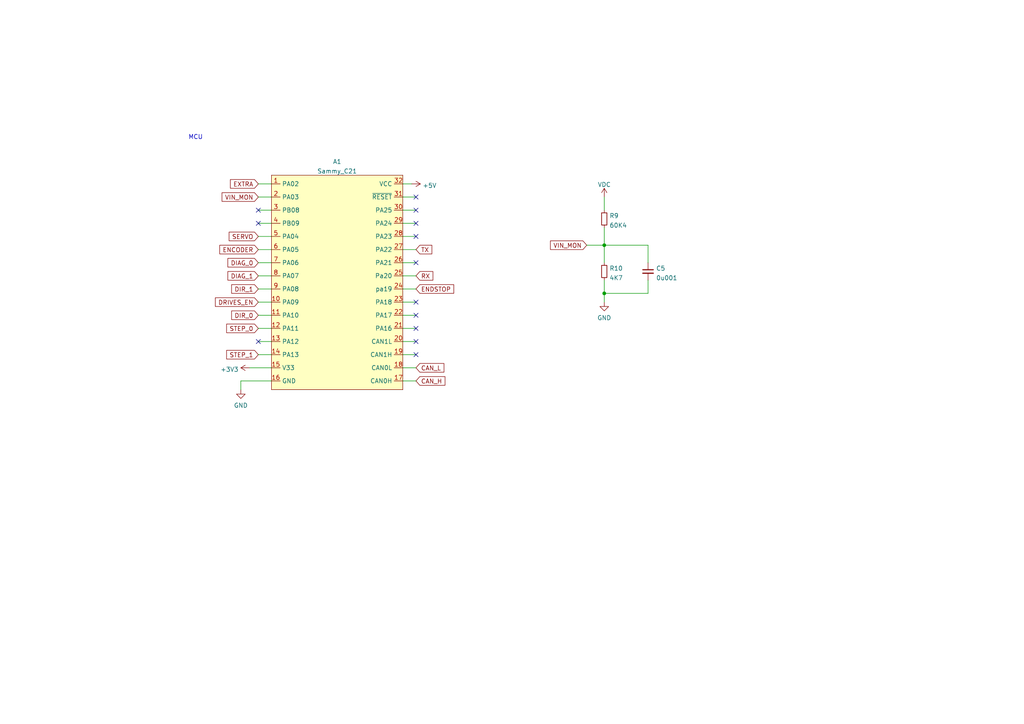
<source format=kicad_sch>
(kicad_sch (version 20211123) (generator eeschema)
  (paper "A4")
  (lib_symbols
    (symbol "Device:C_Small" (pin_numbers hide) (pin_names (offset 0.254) hide)
      (property "Reference" "C" (at 0.254 1.778 0))
      (property "Value" "C_Small" (at 0.254 -2.032 0))
      (symbol "C_Small_0_1"
        (polyline (pts (xy -1.524 -0.508) (xy 1.524 -0.508)) (stroke (width 0.3302)))
        (polyline (pts (xy -1.524 0.508) (xy 1.524 0.508)) (stroke (width 0.3048)))
      )
      (symbol "C_Small_1_1"
        (pin passive line (at 0 2.54 270) (length 2.032) (name "~") (number "1"))
        (pin passive line (at 0 -2.54 90) (length 2.032) (name "~") (number "2"))
      )
    )
    (symbol "Device:R_Small" (pin_numbers hide) (pin_names (offset 0.254) hide)
      (property "Reference" "R" (at 0.762 0.508 0))
      (property "Value" "R_Small" (at 0.762 -1.016 0))
      (symbol "R_Small_0_1"
        (rectangle (start -0.762 1.778) (end 0.762 -1.778) (stroke (width 0.2032)))
      )
      (symbol "R_Small_1_1"
        (pin passive line (at 0 2.54 270) (length 0.762) (name "~") (number "1"))
        (pin passive line (at 0 -2.54 90) (length 0.762) (name "~") (number "2"))
      )
    )
    (symbol "canned-ercf-board:Sammy_C21"
      (property "Reference" "A" (at 7.62 48.26 0))
      (property "Value" "Sammy_C21" (at -1.27 48.26 0))
      (symbol "Sammy_C21_0_1"
        (rectangle (start -19.05 45.72) (end 19.05 -16.51) (stroke (width 0.1524)) (fill (type background)))
      )
      (symbol "Sammy_C21_1_1"
        (pin bidirectional line (at -19.05 43.18 0) (length 2.54) (name "PA02") (number "1"))
        (pin bidirectional line (at -19.05 8.89 0) (length 2.54) (name "PA09") (number "10"))
        (pin bidirectional line (at -19.05 5.08 0) (length 2.54) (name "PA10") (number "11"))
        (pin bidirectional line (at -19.05 1.27 0) (length 2.54) (name "PA11") (number "12"))
        (pin bidirectional line (at -19.05 -2.54 0) (length 2.54) (name "PA12") (number "13"))
        (pin bidirectional line (at -19.05 -6.35 0) (length 2.54) (name "PA13") (number "14"))
        (pin power_out line (at -19.05 -10.16 0) (length 2.54) (name "V33") (number "15"))
        (pin power_in line (at -19.05 -13.97 0) (length 2.54) (name "GND") (number "16"))
        (pin bidirectional line (at 19.05 -13.97 180) (length 2.54) (name "CAN0H") (number "17"))
        (pin bidirectional line (at 19.05 -10.16 180) (length 2.54) (name "CAN0L") (number "18"))
        (pin bidirectional line (at 19.05 -6.35 180) (length 2.54) (name "CAN1H") (number "19"))
        (pin bidirectional line (at -19.05 39.37 0) (length 2.54) (name "PA03") (number "2"))
        (pin bidirectional line (at 19.05 -2.54 180) (length 2.54) (name "CAN1L") (number "20"))
        (pin bidirectional line (at 19.05 1.27 180) (length 2.54) (name "PA16") (number "21"))
        (pin bidirectional line (at 19.05 5.08 180) (length 2.54) (name "PA17") (number "22"))
        (pin bidirectional line (at 19.05 8.89 180) (length 2.54) (name "PA18") (number "23"))
        (pin bidirectional line (at 19.05 12.7 180) (length 2.54) (name "pa19") (number "24"))
        (pin bidirectional line (at 19.05 16.51 180) (length 2.54) (name "Pa20") (number "25"))
        (pin bidirectional line (at 19.05 20.32 180) (length 2.54) (name "PA21") (number "26"))
        (pin bidirectional line (at 19.05 24.13 180) (length 2.54) (name "PA22") (number "27"))
        (pin bidirectional line (at 19.05 27.94 180) (length 2.54) (name "PA23") (number "28"))
        (pin bidirectional line (at 19.05 31.75 180) (length 2.54) (name "PA24") (number "29"))
        (pin bidirectional line (at -19.05 35.56 0) (length 2.54) (name "PB08") (number "3"))
        (pin bidirectional line (at 19.05 35.56 180) (length 2.54) (name "PA25") (number "30"))
        (pin input line (at 19.05 39.37 180) (length 2.54) (name "~{RESET}") (number "31"))
        (pin power_in line (at 19.05 43.18 180) (length 2.54) (name "VCC") (number "32"))
        (pin bidirectional line (at -19.05 31.75 0) (length 2.54) (name "PB09") (number "4"))
        (pin bidirectional line (at -19.05 27.94 0) (length 2.54) (name "PA04") (number "5"))
        (pin bidirectional line (at -19.05 24.13 0) (length 2.54) (name "PA05") (number "6"))
        (pin bidirectional line (at -19.05 20.32 0) (length 2.54) (name "PA06") (number "7"))
        (pin bidirectional line (at -19.05 16.51 0) (length 2.54) (name "PA07") (number "8"))
        (pin bidirectional line (at -19.05 12.7 0) (length 2.54) (name "PA08") (number "9"))
      )
    )
    (symbol "power:+3.3V" (power) (pin_names (offset 0))
      (property "Value" "+3.3V" (at 0 3.556 0))
      (symbol "+3.3V_0_1"
        (polyline (pts (xy -0.762 1.27) (xy 0 2.54)))
        (polyline (pts (xy 0 0) (xy 0 2.54)))
        (polyline (pts (xy 0 2.54) (xy 0.762 1.27)))
      )
      (symbol "+3.3V_1_1"
        (pin power_in line (at 0 0 90) (length 0) hide (name "+3V3") (number "1"))
      )
    )
    (symbol "power:+5V" (power) (pin_names (offset 0))
      (property "Value" "+5V" (at 0 3.556 0))
      (symbol "+5V_0_1"
        (polyline (pts (xy -0.762 1.27) (xy 0 2.54)))
        (polyline (pts (xy 0 0) (xy 0 2.54)))
        (polyline (pts (xy 0 2.54) (xy 0.762 1.27)))
      )
      (symbol "+5V_1_1"
        (pin power_in line (at 0 0 90) (length 0) hide (name "+5V") (number "1"))
      )
    )
    (symbol "power:GND" (power) (pin_names (offset 0))
      (property "Value" "GND" (at 0 -3.81 0))
      (symbol "GND_0_1"
        (polyline (pts (xy 0 0) (xy 0 -1.27) (xy 1.27 -1.27) (xy 0 -2.54) (xy -1.27 -1.27) (xy 0 -1.27)))
      )
      (symbol "GND_1_1"
        (pin power_in line (at 0 0 270) (length 0) hide (name "GND") (number "1"))
      )
    )
    (symbol "power:VDC" (power) (pin_names (offset 0))
      (property "Value" "VDC" (at 0 6.35 0))
      (symbol "VDC_0_1"
        (polyline (pts (xy -0.762 1.27) (xy 0 2.54)))
        (polyline (pts (xy 0 0) (xy 0 2.54)))
        (polyline (pts (xy 0 2.54) (xy 0.762 1.27)))
      )
      (symbol "VDC_1_1"
        (pin power_in line (at 0 0 90) (length 0) hide (name "VDC") (number "1"))
      )
    )
  )
  (junction (at 175.26 71.12))
  (junction (at 175.26 85.09))
  (no_connect (at 120.65 76.2))
  (no_connect (at 74.93 64.77))
  (no_connect (at 120.65 99.06))
  (no_connect (at 120.65 91.44))
  (no_connect (at 74.93 60.96))
  (no_connect (at 120.65 95.25))
  (no_connect (at 120.65 102.87))
  (no_connect (at 120.65 57.15))
  (no_connect (at 120.65 64.77))
  (no_connect (at 120.65 68.58))
  (no_connect (at 120.65 87.63))
  (no_connect (at 74.93 99.06))
  (no_connect (at 120.65 60.96))
  (wire (pts (xy 116.84 64.77) (xy 120.65 64.77)))
  (wire (pts (xy 116.84 102.87) (xy 120.65 102.87)))
  (wire (pts (xy 69.85 110.49) (xy 69.85 113.03)))
  (wire (pts (xy 116.84 110.49) (xy 120.65 110.49)))
  (wire (pts (xy 78.74 110.49) (xy 69.85 110.49)))
  (wire (pts (xy 116.84 95.25) (xy 120.65 95.25)))
  (wire (pts (xy 116.84 72.39) (xy 120.65 72.39)))
  (wire (pts (xy 72.39 106.68) (xy 78.74 106.68)))
  (wire (pts (xy 74.93 83.82) (xy 78.74 83.82)))
  (wire (pts (xy 74.93 64.77) (xy 78.74 64.77)))
  (wire (pts (xy 116.84 83.82) (xy 120.65 83.82)))
  (wire (pts (xy 170.18 71.12) (xy 175.26 71.12)))
  (wire (pts (xy 116.84 87.63) (xy 120.65 87.63)))
  (wire (pts (xy 175.26 66.04) (xy 175.26 71.12)))
  (wire (pts (xy 116.84 68.58) (xy 120.65 68.58)))
  (wire (pts (xy 116.84 53.34) (xy 119.38 53.34)))
  (wire (pts (xy 175.26 71.12) (xy 187.96 71.12)))
  (wire (pts (xy 74.93 99.06) (xy 78.74 99.06)))
  (wire (pts (xy 74.93 76.2) (xy 78.74 76.2)))
  (wire (pts (xy 116.84 76.2) (xy 120.65 76.2)))
  (wire (pts (xy 187.96 71.12) (xy 187.96 76.2)))
  (wire (pts (xy 175.26 81.28) (xy 175.26 85.09)))
  (wire (pts (xy 175.26 71.12) (xy 175.26 76.2)))
  (wire (pts (xy 175.26 85.09) (xy 175.26 87.63)))
  (wire (pts (xy 116.84 99.06) (xy 120.65 99.06)))
  (wire (pts (xy 116.84 91.44) (xy 120.65 91.44)))
  (wire (pts (xy 187.96 85.09) (xy 175.26 85.09)))
  (wire (pts (xy 74.93 80.01) (xy 78.74 80.01)))
  (wire (pts (xy 74.93 60.96) (xy 78.74 60.96)))
  (wire (pts (xy 74.93 68.58) (xy 78.74 68.58)))
  (wire (pts (xy 120.65 106.68) (xy 116.84 106.68)))
  (wire (pts (xy 175.26 57.15) (xy 175.26 60.96)))
  (wire (pts (xy 74.93 87.63) (xy 78.74 87.63)))
  (wire (pts (xy 187.96 81.28) (xy 187.96 85.09)))
  (wire (pts (xy 74.93 53.34) (xy 78.74 53.34)))
  (wire (pts (xy 74.93 95.25) (xy 78.74 95.25)))
  (wire (pts (xy 74.93 72.39) (xy 78.74 72.39)))
  (wire (pts (xy 116.84 80.01) (xy 120.65 80.01)))
  (wire (pts (xy 116.84 57.15) (xy 120.65 57.15)))
  (wire (pts (xy 74.93 57.15) (xy 78.74 57.15)))
  (wire (pts (xy 74.93 102.87) (xy 78.74 102.87)))
  (wire (pts (xy 116.84 60.96) (xy 120.65 60.96)))
  (wire (pts (xy 74.93 91.44) (xy 78.74 91.44)))
  (text "MCU" (at 54.61 40.64 0) (effects (font (size 1.27 1.27)) (justify left bottom)))
  (global_label "RX" (shape input) (at 120.65 80.01 0) (property "Intersheet References" "${INTERSHEET_REFS}" (effects hide)))
  (global_label "CAN_L" (shape input) (at 120.65 106.68 0) (property "Intersheet References" "${INTERSHEET_REFS}" (effects hide)))
  (global_label "DIAG_0" (shape input) (at 74.93 76.2 180) (property "Intersheet References" "${INTERSHEET_REFS}" (effects hide)))
  (global_label "CAN_H" (shape input) (at 120.65 110.49 0) (property "Intersheet References" "${INTERSHEET_REFS}" (effects hide)))
  (global_label "DIR_1" (shape input) (at 74.93 83.82 180) (property "Intersheet References" "${INTERSHEET_REFS}" (effects hide)))
  (global_label "DIR_0" (shape input) (at 74.93 91.44 180) (property "Intersheet References" "${INTERSHEET_REFS}" (effects hide)))
  (global_label "ENCODER" (shape input) (at 74.93 72.39 180) (property "Intersheet References" "${INTERSHEET_REFS}" (effects hide)))
  (global_label "SERVO" (shape input) (at 74.93 68.58 180) (property "Intersheet References" "${INTERSHEET_REFS}" (effects hide)))
  (global_label "TX" (shape input) (at 120.65 72.39 0) (property "Intersheet References" "${INTERSHEET_REFS}" (effects hide)))
  (global_label "ENDSTOP" (shape input) (at 120.65 83.82 0) (property "Intersheet References" "${INTERSHEET_REFS}" (effects hide)))
  (global_label "VIN_MON" (shape input) (at 170.18 71.12 180) (property "Intersheet References" "${INTERSHEET_REFS}" (effects hide)))
  (global_label "STEP_1" (shape input) (at 74.93 102.87 180) (property "Intersheet References" "${INTERSHEET_REFS}" (effects hide)))
  (global_label "STEP_0" (shape input) (at 74.93 95.25 180) (property "Intersheet References" "${INTERSHEET_REFS}" (effects hide)))
  (global_label "DRIVES_EN" (shape input) (at 74.93 87.63 180) (property "Intersheet References" "${INTERSHEET_REFS}" (effects hide)))
  (global_label "VIN_MON" (shape input) (at 74.93 57.15 180) (property "Intersheet References" "${INTERSHEET_REFS}" (effects hide)))
  (global_label "EXTRA" (shape input) (at 74.93 53.34 180) (property "Intersheet References" "${INTERSHEET_REFS}" (effects hide)))
  (global_label "DIAG_1" (shape input) (at 74.93 80.01 180) (property "Intersheet References" "${INTERSHEET_REFS}" (effects hide)))
  (symbol (lib_id "power:GND") (at 69.85 113.03 0) (unit 1)
    (property "Reference" "#PWR01" (effects hide))
    (property "Value" "GND" (at 69.85 117.5925 0))
  )
  (symbol (lib_id "power:+3.3V") (at 72.39 106.68 90) (unit 1)
    (property "Reference" "#PWR02" (effects hide))
    (property "Value" "+3.3V" (at 69.215 107.159 90) (effects (justify left)))
  )
  (symbol (lib_id "power:GND") (at 175.26 87.63 0) (unit 1)
    (property "Reference" "#PWR030" (effects hide))
    (property "Value" "GND" (at 175.26 92.1925 0))
  )
  (symbol (lib_id "Device:R_Small") (at 175.26 78.74 0) (unit 1)
    (property "Reference" "R10" (at 176.7586 77.8315 0) (effects (justify left)))
    (property "Value" "4K7" (at 176.7586 80.6066 0) (effects (justify left)))
  )
  (symbol (lib_id "canned-ercf-board:Sammy_C21") (at 97.79 96.52 0) (unit 1) (in_bom no)
    (property "Reference" "A1" (at 97.79 46.8843 0))
    (property "Value" "Sammy_C21" (at 97.79 49.6594 0))
    (property "Footprint" "canned-ercf-board:Sammy_C21_Module_DIL32_2.54" (effects hide))
  )
  (symbol (lib_id "Device:C_Small") (at 187.96 78.74 0) (unit 1)
    (property "Reference" "C5" (at 190.2841 77.8378 0) (effects (justify left)))
    (property "Value" "0u001" (at 190.2841 80.6129 0) (effects (justify left)))
  )
  (symbol (lib_id "Device:R_Small") (at 175.26 63.5 0) (unit 1)
    (property "Reference" "R9" (at 176.7586 62.5915 0) (effects (justify left)))
    (property "Value" "60K4" (at 176.7586 65.3666 0) (effects (justify left)))
  )
  (symbol (lib_id "power:VDC") (at 175.26 57.15 0) (unit 1)
    (property "Reference" "#PWR029" (effects hide))
    (property "Value" "VDC" (at 175.26 53.5455 0))
  )
  (symbol (lib_id "power:+5V") (at 119.38 53.34 270) (unit 1)
    (property "Reference" "#PWR028" (effects hide))
    (property "Value" "+5V" (at 122.555 53.819 90) (effects (justify left)))
  )
)
</source>
